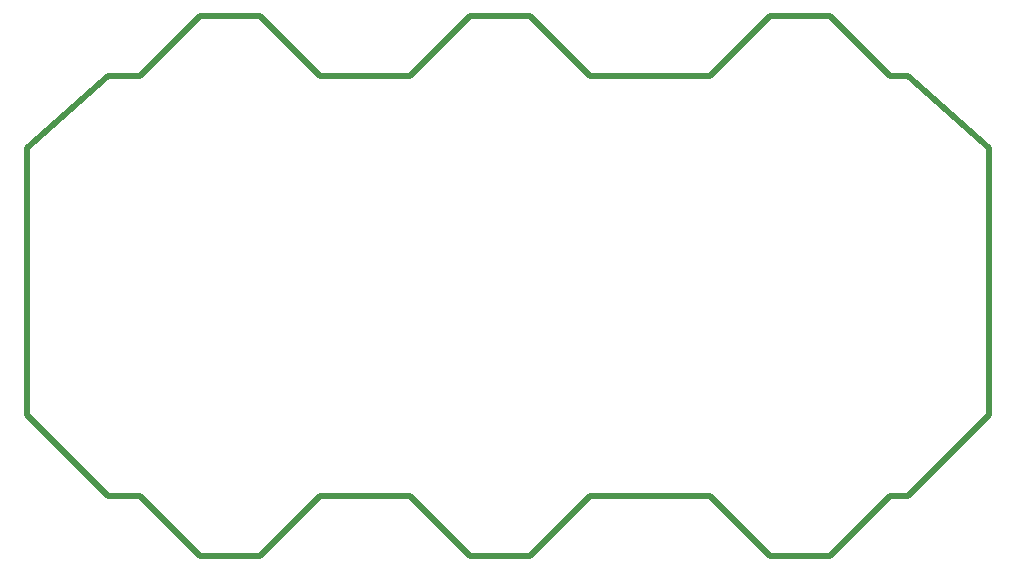
<source format=gbr>
G04 ( created by brdgerber.py ( brdgerber.py v0.1 2014-03-12 ) ) date 2021-04-17 02:52:44 EDT*
G04 Gerber Fmt 3.4, Leading zero omitted, Abs format*
%MOIN*%
%FSLAX34Y34*%
G01*
G70*
G90*
G04 APERTURE LIST*
%ADD34C,0.1500*%
%ADD28C,0.0000*%
%ADD26C,0.0012*%
%ADD14C,0.0080*%
%ADD29C,0.0059*%
%ADD22R,0.0260X0.0800*%
%ADD19C,0.0120*%
%ADD36C,0.0471*%
%ADD37R,0.0760X0.2100*%
%ADD12R,0.0866X0.0236*%
%ADD35R,0.0800X0.0600*%
%ADD41C,0.0150*%
%ADD33R,0.0787X0.0177*%
%ADD23C,0.0020*%
%ADD39R,0.0600X0.0800*%
%ADD27R,0.0709X0.0629*%
%ADD32R,0.0177X0.0787*%
%ADD40C,0.1600*%
%ADD30R,0.0945X0.1575*%
%ADD13C,0.0050*%
%ADD16C,0.0100*%
%ADD17R,0.0550X0.0550*%
%ADD15C,0.0060*%
%ADD31C,0.0047*%
%ADD21R,0.0629X0.0709*%
%ADD20C,0.0472*%
%ADD25R,0.0472X0.0275*%
%ADD38C,0.1200*%
%ADD24C,0.0160*%
%ADD18C,0.0550*%
%ADD10C,0.0400*%
%ADD11C,0.0200*%
G04 APERTURE END LIST*
G54D34*
D11*
G01X05000Y12000D02*
G01X08000Y12000D01*
D11*
G01X24600Y12000D02*
G01X24800Y12200D01*
D11*
G01X27300Y23600D02*
G01X27300Y14700D01*
D11*
G01X-04750Y23600D02*
G01X-04750Y14700D01*
D11*
G01X-01000Y26000D02*
G01X-02050Y26000D01*
D11*
G01X-02050Y26000D02*
G01X-04750Y23600D01*
D11*
G01X22000Y10000D02*
G01X24000Y12000D01*
D11*
G01X20000Y10000D02*
G01X22000Y10000D01*
D11*
G01X08000Y12000D02*
G01X10000Y10000D01*
D11*
G01X14000Y12000D02*
G01X18000Y12000D01*
D11*
G01X18000Y12000D02*
G01X20000Y10000D01*
D11*
G01X24000Y12000D02*
G01X24600Y12000D01*
D11*
G01X10000Y10000D02*
G01X12000Y10000D01*
D11*
G01X24800Y12200D02*
G01X27300Y14700D01*
D11*
G01X-04750Y14700D02*
G01X-02250Y12200D01*
D11*
G01X-02250Y12200D02*
G01X-02050Y12000D01*
D11*
G01X-02050Y12000D02*
G01X-01000Y12000D01*
D11*
G01X27300Y23600D02*
G01X24600Y26000D01*
D11*
G01X-01000Y26000D02*
G01X01000Y28000D01*
D11*
G01X01000Y28000D02*
G01X03000Y28000D01*
D11*
G01X03000Y28000D02*
G01X05000Y26000D01*
D11*
G01X05000Y26000D02*
G01X08000Y26000D01*
D11*
G01X08000Y26000D02*
G01X10000Y28000D01*
D11*
G01X10000Y28000D02*
G01X12000Y28000D01*
D11*
G01X12000Y28000D02*
G01X14000Y26000D01*
D11*
G01X14000Y26000D02*
G01X18000Y26000D01*
D11*
G01X18000Y26000D02*
G01X20000Y28000D01*
D11*
G01X20000Y28000D02*
G01X22000Y28000D01*
D11*
G01X22000Y28000D02*
G01X24000Y26000D01*
D11*
G01X12000Y10000D02*
G01X14000Y12000D01*
D11*
G01X24000Y26000D02*
G01X24600Y26000D01*
D11*
G01X-01000Y12000D02*
G01X01000Y10000D01*
D11*
G01X01000Y10000D02*
G01X03000Y10000D01*
D11*
G01X03000Y10000D02*
G01X05000Y12000D01*
M02*

</source>
